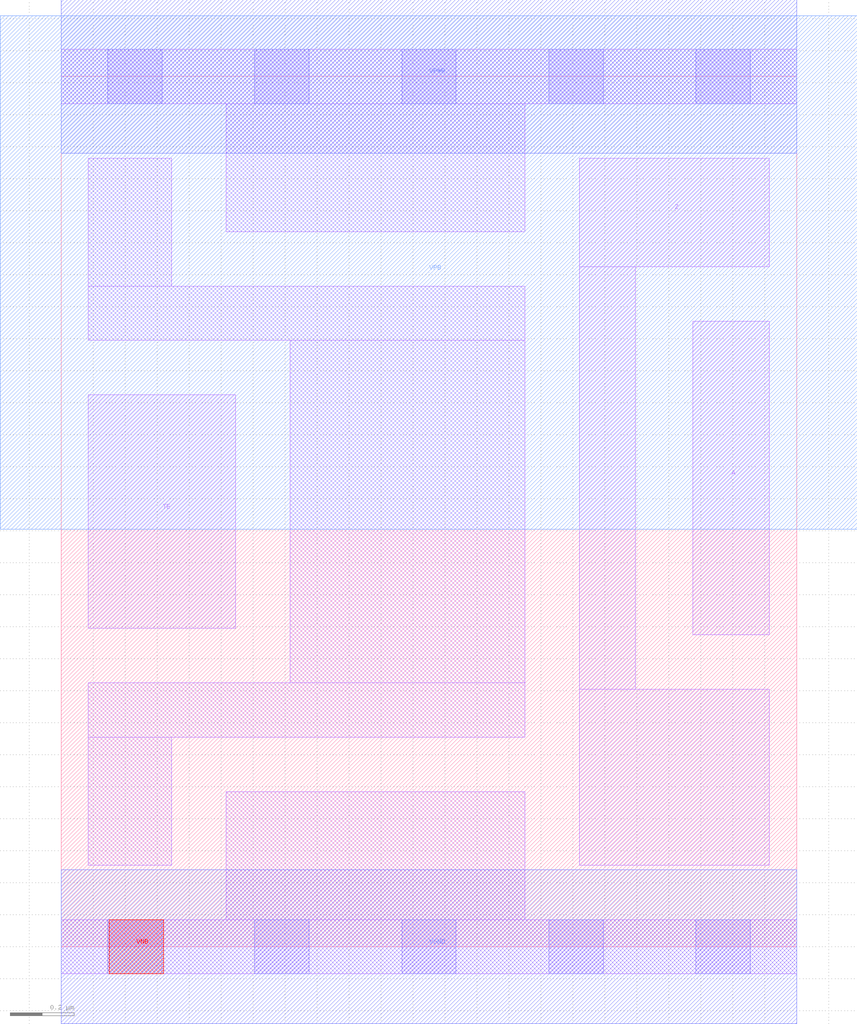
<source format=lef>
# Copyright 2020 The SkyWater PDK Authors
#
# Licensed under the Apache License, Version 2.0 (the "License");
# you may not use this file except in compliance with the License.
# You may obtain a copy of the License at
#
#     https://www.apache.org/licenses/LICENSE-2.0
#
# Unless required by applicable law or agreed to in writing, software
# distributed under the License is distributed on an "AS IS" BASIS,
# WITHOUT WARRANTIES OR CONDITIONS OF ANY KIND, either express or implied.
# See the License for the specific language governing permissions and
# limitations under the License.
#
# SPDX-License-Identifier: Apache-2.0

VERSION 5.7 ;
  NOWIREEXTENSIONATPIN ON ;
  DIVIDERCHAR "/" ;
  BUSBITCHARS "[]" ;
MACRO sky130_fd_sc_hd__einvp_1
  CLASS CORE ;
  FOREIGN sky130_fd_sc_hd__einvp_1 ;
  ORIGIN  0.000000  0.000000 ;
  SIZE  2.300000 BY  2.720000 ;
  SYMMETRY X Y R90 ;
  SITE unithd ;
  PIN A
    ANTENNAGATEAREA  0.247500 ;
    DIRECTION INPUT ;
    USE SIGNAL ;
    PORT
      LAYER li1 ;
        RECT 1.975000 0.975000 2.215000 1.955000 ;
    END
  END A
  PIN TE
    ANTENNAGATEAREA  0.223500 ;
    DIRECTION INPUT ;
    USE SIGNAL ;
    PORT
      LAYER li1 ;
        RECT 0.085000 0.995000 0.545000 1.725000 ;
    END
  END TE
  PIN VNB
    PORT
      LAYER pwell ;
        RECT 0.150000 -0.085000 0.320000 0.085000 ;
    END
  END VNB
  PIN VPB
    PORT
      LAYER nwell ;
        RECT -0.190000 1.305000 2.490000 2.910000 ;
    END
  END VPB
  PIN Z
    ANTENNADIFFAREA  0.445500 ;
    DIRECTION OUTPUT ;
    USE SIGNAL ;
    PORT
      LAYER li1 ;
        RECT 1.620000 0.255000 2.215000 0.805000 ;
        RECT 1.620000 0.805000 1.795000 2.125000 ;
        RECT 1.620000 2.125000 2.215000 2.465000 ;
    END
  END Z
  PIN VGND
    DIRECTION INOUT ;
    SHAPE ABUTMENT ;
    USE GROUND ;
    PORT
      LAYER met1 ;
        RECT 0.000000 -0.240000 2.300000 0.240000 ;
    END
  END VGND
  PIN VPWR
    DIRECTION INOUT ;
    SHAPE ABUTMENT ;
    USE POWER ;
    PORT
      LAYER met1 ;
        RECT 0.000000 2.480000 2.300000 2.960000 ;
    END
  END VPWR
  OBS
    LAYER li1 ;
      RECT 0.000000 -0.085000 2.300000 0.085000 ;
      RECT 0.000000  2.635000 2.300000 2.805000 ;
      RECT 0.085000  0.255000 0.345000 0.655000 ;
      RECT 0.085000  0.655000 1.450000 0.825000 ;
      RECT 0.085000  1.895000 1.450000 2.065000 ;
      RECT 0.085000  2.065000 0.345000 2.465000 ;
      RECT 0.515000  0.085000 1.450000 0.485000 ;
      RECT 0.515000  2.235000 1.450000 2.635000 ;
      RECT 0.715000  0.825000 1.450000 1.895000 ;
    LAYER mcon ;
      RECT 0.145000 -0.085000 0.315000 0.085000 ;
      RECT 0.145000  2.635000 0.315000 2.805000 ;
      RECT 0.605000 -0.085000 0.775000 0.085000 ;
      RECT 0.605000  2.635000 0.775000 2.805000 ;
      RECT 1.065000 -0.085000 1.235000 0.085000 ;
      RECT 1.065000  2.635000 1.235000 2.805000 ;
      RECT 1.525000 -0.085000 1.695000 0.085000 ;
      RECT 1.525000  2.635000 1.695000 2.805000 ;
      RECT 1.985000 -0.085000 2.155000 0.085000 ;
      RECT 1.985000  2.635000 2.155000 2.805000 ;
  END
END sky130_fd_sc_hd__einvp_1
END LIBRARY

</source>
